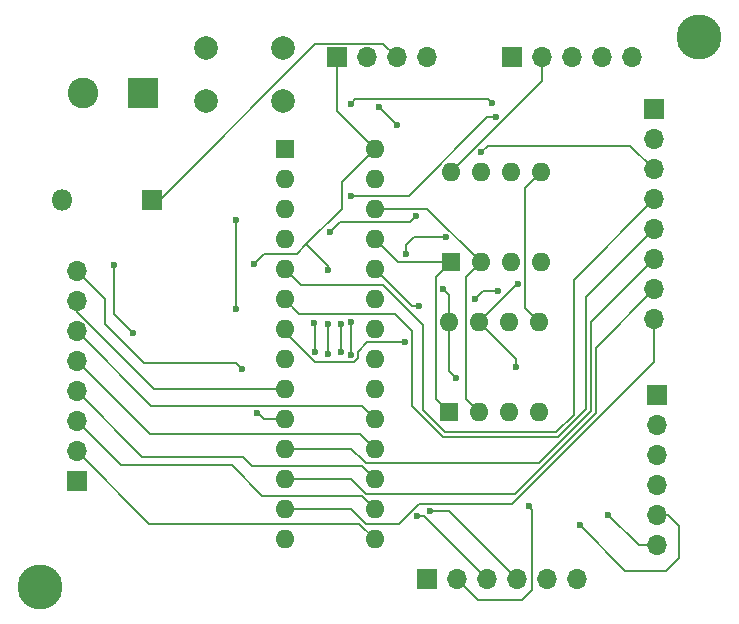
<source format=gbr>
%TF.GenerationSoftware,KiCad,Pcbnew,8.0.7*%
%TF.CreationDate,2025-04-27T20:59:36+03:00*%
%TF.ProjectId,data_logger_atmega_eeprom,64617461-5f6c-46f6-9767-65725f61746d,rev?*%
%TF.SameCoordinates,Original*%
%TF.FileFunction,Copper,L2,Bot*%
%TF.FilePolarity,Positive*%
%FSLAX46Y46*%
G04 Gerber Fmt 4.6, Leading zero omitted, Abs format (unit mm)*
G04 Created by KiCad (PCBNEW 8.0.7) date 2025-04-27 20:59:36*
%MOMM*%
%LPD*%
G01*
G04 APERTURE LIST*
%TA.AperFunction,ComponentPad*%
%ADD10C,3.800000*%
%TD*%
%TA.AperFunction,ComponentPad*%
%ADD11R,2.600000X2.600000*%
%TD*%
%TA.AperFunction,ComponentPad*%
%ADD12C,2.600000*%
%TD*%
%TA.AperFunction,ComponentPad*%
%ADD13R,1.700000X1.700000*%
%TD*%
%TA.AperFunction,ComponentPad*%
%ADD14O,1.700000X1.700000*%
%TD*%
%TA.AperFunction,ComponentPad*%
%ADD15O,1.600000X1.600000*%
%TD*%
%TA.AperFunction,ComponentPad*%
%ADD16R,1.600000X1.600000*%
%TD*%
%TA.AperFunction,ComponentPad*%
%ADD17R,1.800000X1.800000*%
%TD*%
%TA.AperFunction,ComponentPad*%
%ADD18O,1.800000X1.800000*%
%TD*%
%TA.AperFunction,ComponentPad*%
%ADD19C,2.000000*%
%TD*%
%TA.AperFunction,ViaPad*%
%ADD20C,0.600000*%
%TD*%
%TA.AperFunction,Conductor*%
%ADD21C,0.200000*%
%TD*%
G04 APERTURE END LIST*
D10*
%TO.P,H2,1*%
%TO.N,N/C*%
X127180000Y-95810000D03*
%TD*%
%TO.P,H1,1*%
%TO.N,N/C*%
X182960000Y-49250000D03*
%TD*%
D11*
%TO.P,J7,1,Pin_1*%
%TO.N,GND*%
X135895000Y-54025000D03*
D12*
%TO.P,J7,2,Pin_2*%
%TO.N,Net-(D1-A)*%
X130815000Y-54025000D03*
%TD*%
D13*
%TO.P,J1,1,Pin_1*%
%TO.N,SCL{slash}PC5*%
X152290000Y-50990000D03*
D14*
%TO.P,J1,2,Pin_2*%
%TO.N,SDA{slash}PC4*%
X154830000Y-50990000D03*
%TO.P,J1,3,Pin_3*%
%TO.N,+5V*%
X157370000Y-50990000D03*
%TO.P,J1,4,Pin_4*%
%TO.N,GND*%
X159910000Y-50990000D03*
%TD*%
D13*
%TO.P,J6,1,Pin_1*%
%TO.N,TX{slash}PD0*%
X179150000Y-55405000D03*
D14*
%TO.P,J6,2,Pin_2*%
%TO.N,RX{slash}PD1*%
X179150000Y-57945000D03*
%TO.P,J6,3,Pin_3*%
%TO.N,PD2*%
X179150000Y-60485000D03*
%TO.P,J6,4,Pin_4*%
%TO.N,PD3*%
X179150000Y-63025000D03*
%TO.P,J6,5,Pin_5*%
%TO.N,PD4*%
X179150000Y-65565000D03*
%TO.P,J6,6,Pin_6*%
%TO.N,PD5*%
X179150000Y-68105000D03*
%TO.P,J6,7,Pin_7*%
%TO.N,PD6*%
X179150000Y-70645000D03*
%TO.P,J6,8,Pin_8*%
%TO.N,PD7*%
X179150000Y-73185000D03*
%TD*%
D13*
%TO.P,J5,1,Pin_1*%
%TO.N,PB0*%
X130310000Y-86900000D03*
D14*
%TO.P,J5,2,Pin_2*%
%TO.N,PB1*%
X130310000Y-84360000D03*
%TO.P,J5,3,Pin_3*%
%TO.N,PB2*%
X130310000Y-81820000D03*
%TO.P,J5,4,Pin_4*%
%TO.N,MISO{slash}PB3*%
X130310000Y-79280000D03*
%TO.P,J5,5,Pin_5*%
%TO.N,MOSI{slash}PB4*%
X130310000Y-76740000D03*
%TO.P,J5,6,Pin_6*%
%TO.N,SCK{slash}PB5*%
X130310000Y-74200000D03*
%TO.P,J5,7,Pin_7*%
%TO.N,XTAL1{slash}PB6*%
X130310000Y-71660000D03*
%TO.P,J5,8,Pin_8*%
%TO.N,XTAL2{slash}PB7*%
X130310000Y-69120000D03*
%TD*%
D15*
%TO.P,U2,8,VCC*%
%TO.N,+5V*%
X161820000Y-73410000D03*
%TO.P,U2,7,WP*%
%TO.N,GND*%
X164360000Y-73410000D03*
%TO.P,U2,6,SCL*%
%TO.N,SCL{slash}PC5*%
X166900000Y-73410000D03*
%TO.P,U2,5,SDA*%
%TO.N,SDA{slash}PC4*%
X169440000Y-73410000D03*
%TO.P,U2,4,GND*%
%TO.N,GND*%
X169440000Y-81030000D03*
%TO.P,U2,3,A2*%
%TO.N,+5V*%
X166900000Y-81030000D03*
%TO.P,U2,2,A1*%
%TO.N,EEPROM2{slash}PC3*%
X164360000Y-81030000D03*
D16*
%TO.P,U2,1,A0*%
%TO.N,EEPROM1{slash}PC2*%
X161820000Y-81030000D03*
%TD*%
D13*
%TO.P,J3,1,Pin_1*%
%TO.N,unconnected-(J3-Pin_1-Pad1)*%
X159930000Y-95150000D03*
D14*
%TO.P,J3,2,Pin_2*%
%TO.N,SCK{slash}PB5*%
X162470000Y-95150000D03*
%TO.P,J3,3,Pin_3*%
%TO.N,MOSI{slash}PB4*%
X165010000Y-95150000D03*
%TO.P,J3,4,Pin_4*%
%TO.N,MISO{slash}PB3*%
X167550000Y-95150000D03*
%TO.P,J3,5,Pin_5*%
%TO.N,+5V*%
X170090000Y-95150000D03*
%TO.P,J3,6,Pin_6*%
%TO.N,GND*%
X172630000Y-95150000D03*
%TD*%
D16*
%TO.P,U3,1,A0*%
%TO.N,EEPROM1{slash}PC2*%
X161950000Y-68350000D03*
D15*
%TO.P,U3,2,A1*%
%TO.N,EEPROM2{slash}PC3*%
X164490000Y-68350000D03*
%TO.P,U3,3,A2*%
%TO.N,+5V*%
X167030000Y-68350000D03*
%TO.P,U3,4,GND*%
%TO.N,GND*%
X169570000Y-68350000D03*
%TO.P,U3,5,SDA*%
%TO.N,SDA{slash}PC4*%
X169570000Y-60730000D03*
%TO.P,U3,6,SCL*%
%TO.N,SCL{slash}PC5*%
X167030000Y-60730000D03*
%TO.P,U3,7,WP*%
%TO.N,GND*%
X164490000Y-60730000D03*
%TO.P,U3,8,VCC*%
%TO.N,+5V*%
X161950000Y-60730000D03*
%TD*%
D17*
%TO.P,D1,1,K*%
%TO.N,+5V*%
X136630000Y-63030000D03*
D18*
%TO.P,D1,2,A*%
%TO.N,Net-(D1-A)*%
X129010000Y-63030000D03*
%TD*%
D13*
%TO.P,J2,1,Pin_1*%
%TO.N,unconnected-(J2-Pin_1-Pad1)*%
X167110000Y-50940000D03*
D14*
%TO.P,J2,2,Pin_2*%
%TO.N,+5V*%
X169650000Y-50940000D03*
%TO.P,J2,3,Pin_3*%
%TO.N,TX{slash}PD0*%
X172190000Y-50940000D03*
%TO.P,J2,4,Pin_4*%
%TO.N,RX{slash}PD1*%
X174730000Y-50940000D03*
%TO.P,J2,5,Pin_5*%
%TO.N,GND*%
X177270000Y-50940000D03*
%TD*%
D16*
%TO.P,U1,1,~{RESET}/PC6*%
%TO.N,Net-(U1-~{RESET}{slash}PC6)*%
X147890000Y-58740000D03*
D15*
%TO.P,U1,2,PD0*%
%TO.N,TX{slash}PD0*%
X147890000Y-61280000D03*
%TO.P,U1,3,PD1*%
%TO.N,RX{slash}PD1*%
X147890000Y-63820000D03*
%TO.P,U1,4,PD2*%
%TO.N,PD2*%
X147890000Y-66360000D03*
%TO.P,U1,5,PD3*%
%TO.N,PD3*%
X147890000Y-68900000D03*
%TO.P,U1,6,PD4*%
%TO.N,PD4*%
X147890000Y-71440000D03*
%TO.P,U1,7,VCC*%
%TO.N,+5V*%
X147890000Y-73980000D03*
%TO.P,U1,8,GND*%
%TO.N,GND*%
X147890000Y-76520000D03*
%TO.P,U1,9,XTAL1/PB6*%
%TO.N,XTAL1{slash}PB6*%
X147890000Y-79060000D03*
%TO.P,U1,10,XTAL2/PB7*%
%TO.N,XTAL2{slash}PB7*%
X147890000Y-81600000D03*
%TO.P,U1,11,PD5*%
%TO.N,PD5*%
X147890000Y-84140000D03*
%TO.P,U1,12,PD6*%
%TO.N,PD6*%
X147890000Y-86680000D03*
%TO.P,U1,13,PD7*%
%TO.N,PD7*%
X147890000Y-89220000D03*
%TO.P,U1,14,PB0*%
%TO.N,PB0*%
X147890000Y-91760000D03*
%TO.P,U1,15,PB1*%
%TO.N,PB1*%
X155510000Y-91760000D03*
%TO.P,U1,16,PB2*%
%TO.N,PB2*%
X155510000Y-89220000D03*
%TO.P,U1,17,PB3*%
%TO.N,MISO{slash}PB3*%
X155510000Y-86680000D03*
%TO.P,U1,18,PB4*%
%TO.N,MOSI{slash}PB4*%
X155510000Y-84140000D03*
%TO.P,U1,19,PB5*%
%TO.N,SCK{slash}PB5*%
X155510000Y-81600000D03*
%TO.P,U1,20,AVCC*%
%TO.N,unconnected-(U1-AVCC-Pad20)*%
X155510000Y-79060000D03*
%TO.P,U1,21,AREF*%
%TO.N,unconnected-(U1-AREF-Pad21)*%
X155510000Y-76520000D03*
%TO.P,U1,22,GND*%
%TO.N,GND*%
X155510000Y-73980000D03*
%TO.P,U1,23,PC0*%
%TO.N,PC0*%
X155510000Y-71440000D03*
%TO.P,U1,24,PC1*%
%TO.N,PC1*%
X155510000Y-68900000D03*
%TO.P,U1,25,PC2*%
%TO.N,EEPROM1{slash}PC2*%
X155510000Y-66360000D03*
%TO.P,U1,26,PC3*%
%TO.N,EEPROM2{slash}PC3*%
X155510000Y-63820000D03*
%TO.P,U1,27,PC4*%
%TO.N,SDA{slash}PC4*%
X155510000Y-61280000D03*
%TO.P,U1,28,PC5*%
%TO.N,SCL{slash}PC5*%
X155510000Y-58740000D03*
%TD*%
D13*
%TO.P,J4,1,Pin_1*%
%TO.N,PC0*%
X179430000Y-79610000D03*
D14*
%TO.P,J4,2,Pin_2*%
%TO.N,PC1*%
X179430000Y-82150000D03*
%TO.P,J4,3,Pin_3*%
%TO.N,EEPROM1{slash}PC2*%
X179430000Y-84690000D03*
%TO.P,J4,4,Pin_4*%
%TO.N,EEPROM2{slash}PC3*%
X179430000Y-87230000D03*
%TO.P,J4,5,Pin_5*%
%TO.N,SDA{slash}PC4*%
X179430000Y-89770000D03*
%TO.P,J4,6,Pin_6*%
%TO.N,SCL{slash}PC5*%
X179430000Y-92310000D03*
%TD*%
D19*
%TO.P,SW1,1,1*%
%TO.N,Net-(U1-~{RESET}{slash}PC6)*%
X141230000Y-50200000D03*
X147730000Y-50200000D03*
%TO.P,SW1,2,2*%
%TO.N,GND*%
X141230000Y-54700000D03*
X147730000Y-54700000D03*
%TD*%
D20*
%TO.N,SDA{slash}PC4*%
X172880000Y-90580000D03*
%TO.N,+5V*%
X161535735Y-66244265D03*
X158185735Y-67634265D03*
X161320000Y-70594643D03*
X158060000Y-75130000D03*
X162430000Y-78150000D03*
%TO.N,GND*%
X167630000Y-70190000D03*
X167490000Y-77170000D03*
X143780000Y-72290000D03*
X143780000Y-64760000D03*
%TO.N,SCL{slash}PC5*%
X175290000Y-89720000D03*
%TO.N,SCK{slash}PB5*%
X168570000Y-89010000D03*
%TO.N,MOSI{slash}PB4*%
X159059265Y-89839265D03*
%TO.N,MISO{slash}PB3*%
X160210000Y-89370000D03*
%TO.N,SDA{slash}PC4*%
X150390000Y-73470000D03*
X150460000Y-75970000D03*
%TO.N,SCL{slash}PC5*%
X151600000Y-73530000D03*
X151600000Y-69000000D03*
X151600000Y-76070000D03*
%TO.N,EEPROM2{slash}PC3*%
X152660000Y-73530000D03*
X152680000Y-75960000D03*
%TO.N,EEPROM1{slash}PC2*%
X153500000Y-73380000D03*
X153500000Y-76180000D03*
%TO.N,PC1*%
X159240000Y-72040000D03*
%TO.N,PC0*%
X164020000Y-71440000D03*
X165930000Y-70790000D03*
%TO.N,PD2*%
X151690000Y-65820000D03*
X159000000Y-64420000D03*
X164490000Y-59038530D03*
%TO.N,RX{slash}PD1*%
X153540000Y-62760000D03*
X165760000Y-56071470D03*
%TO.N,TX{slash}PD0*%
X153490000Y-54930000D03*
X165420000Y-54840000D03*
%TO.N,Net-(U4-X1)*%
X135060000Y-74320000D03*
X133480000Y-68590000D03*
%TO.N,XTAL2{slash}PB7*%
X145540000Y-81100000D03*
X144270000Y-77380000D03*
%TO.N,SCL{slash}PC5*%
X145280000Y-68500000D03*
%TO.N,+5V*%
X157410000Y-56740000D03*
X155890000Y-55160000D03*
%TD*%
D21*
%TO.N,SDA{slash}PC4*%
X180220000Y-94440000D02*
X176740000Y-94440000D01*
X181300000Y-93360000D02*
X180220000Y-94440000D01*
X181300000Y-90700000D02*
X181300000Y-93360000D01*
X180370000Y-89770000D02*
X181300000Y-90700000D01*
X176740000Y-94440000D02*
X172880000Y-90580000D01*
X179430000Y-89770000D02*
X180370000Y-89770000D01*
%TO.N,+5V*%
X158815735Y-66244265D02*
X161535735Y-66244265D01*
X158185735Y-67634265D02*
X158185735Y-66874265D01*
X158185735Y-66874265D02*
X158815735Y-66244265D01*
X161820000Y-71094643D02*
X161320000Y-70594643D01*
X161820000Y-73410000D02*
X161820000Y-71094643D01*
X137300000Y-63030000D02*
X136630000Y-63030000D01*
X150490000Y-49840000D02*
X137300000Y-63030000D01*
X156220000Y-49840000D02*
X150490000Y-49840000D01*
X157370000Y-50990000D02*
X156220000Y-49840000D01*
X147890000Y-74248529D02*
X147890000Y-73980000D01*
X153760000Y-76780000D02*
X150421471Y-76780000D01*
X150421471Y-76780000D02*
X147890000Y-74248529D01*
X154100000Y-76440000D02*
X153760000Y-76780000D01*
X154100000Y-75931471D02*
X154100000Y-76440000D01*
X154901471Y-75130000D02*
X154100000Y-75931471D01*
X158060000Y-75130000D02*
X154901471Y-75130000D01*
X161820000Y-77540000D02*
X161820000Y-73410000D01*
X162430000Y-78150000D02*
X161820000Y-77540000D01*
%TO.N,GND*%
X167580000Y-70190000D02*
X164360000Y-73410000D01*
X167630000Y-70190000D02*
X167580000Y-70190000D01*
X167490000Y-77170000D02*
X167490000Y-76540000D01*
X167490000Y-76540000D02*
X164360000Y-73410000D01*
X143780000Y-72290000D02*
X143780000Y-64760000D01*
%TO.N,SCL{slash}PC5*%
X175290000Y-89720000D02*
X177880000Y-92310000D01*
X177880000Y-92310000D02*
X179430000Y-92310000D01*
%TO.N,SCK{slash}PB5*%
X167980000Y-96970000D02*
X164290000Y-96970000D01*
X168850000Y-89290000D02*
X168850000Y-96100000D01*
X168570000Y-89010000D02*
X168850000Y-89290000D01*
X164290000Y-96970000D02*
X162470000Y-95150000D01*
X168850000Y-96100000D02*
X167980000Y-96970000D01*
%TO.N,MOSI{slash}PB4*%
X159699265Y-89839265D02*
X159059265Y-89839265D01*
X165010000Y-95150000D02*
X159699265Y-89839265D01*
%TO.N,MISO{slash}PB3*%
X161770000Y-89370000D02*
X167550000Y-95150000D01*
X160210000Y-89370000D02*
X161770000Y-89370000D01*
%TO.N,PD7*%
X153540000Y-89220000D02*
X147890000Y-89220000D01*
X167127058Y-88770000D02*
X159280000Y-88770000D01*
X179150000Y-76747058D02*
X167127058Y-88770000D01*
X154790000Y-90470000D02*
X153540000Y-89220000D01*
X179150000Y-73185000D02*
X179150000Y-76747058D01*
X159280000Y-88770000D02*
X157580000Y-90470000D01*
X157580000Y-90470000D02*
X154790000Y-90470000D01*
%TO.N,SDA{slash}PC4*%
X150460000Y-73540000D02*
X150390000Y-73470000D01*
X150460000Y-75970000D02*
X150460000Y-73540000D01*
%TO.N,SCL{slash}PC5*%
X151600000Y-68670000D02*
X149730000Y-66800000D01*
X151600000Y-69000000D02*
X151600000Y-68670000D01*
X149730000Y-66800000D02*
X152720000Y-63810000D01*
X148910000Y-67620000D02*
X149730000Y-66800000D01*
X151600000Y-76070000D02*
X151600000Y-73530000D01*
%TO.N,EEPROM2{slash}PC3*%
X152660000Y-73600000D02*
X152660000Y-73530000D01*
X152680000Y-73620000D02*
X152660000Y-73600000D01*
X152680000Y-75960000D02*
X152680000Y-73620000D01*
%TO.N,EEPROM1{slash}PC2*%
X153500000Y-76180000D02*
X153500000Y-73380000D01*
%TO.N,PC1*%
X158650000Y-72040000D02*
X155510000Y-68900000D01*
X159240000Y-72040000D02*
X158650000Y-72040000D01*
%TO.N,PC0*%
X164670000Y-70790000D02*
X164020000Y-71440000D01*
X165930000Y-70790000D02*
X164670000Y-70790000D01*
%TO.N,PB1*%
X154220000Y-90470000D02*
X155510000Y-91760000D01*
X136420000Y-90470000D02*
X154220000Y-90470000D01*
X130310000Y-84360000D02*
X136420000Y-90470000D01*
%TO.N,PD6*%
X154815686Y-87960000D02*
X153535686Y-86680000D01*
X167371372Y-87960000D02*
X154815686Y-87960000D01*
X174220000Y-75575000D02*
X174220000Y-81111372D01*
X153535686Y-86680000D02*
X147890000Y-86680000D01*
X179150000Y-70645000D02*
X174220000Y-75575000D01*
X174220000Y-81111372D02*
X167371372Y-87960000D01*
%TO.N,PD5*%
X153530000Y-84140000D02*
X147890000Y-84140000D01*
X154570000Y-85180000D02*
X153530000Y-84140000D01*
X154765686Y-85370000D02*
X154575686Y-85180000D01*
X173820000Y-80945686D02*
X169395686Y-85370000D01*
X154575686Y-85180000D02*
X154570000Y-85180000D01*
X173820000Y-73435000D02*
X173820000Y-80945686D01*
X169395686Y-85370000D02*
X154765686Y-85370000D01*
X179150000Y-68105000D02*
X173820000Y-73435000D01*
%TO.N,PD4*%
X149140000Y-72690000D02*
X147890000Y-71440000D01*
X157210000Y-72690000D02*
X149140000Y-72690000D01*
X158660000Y-74140000D02*
X157210000Y-72690000D01*
X158660000Y-80520000D02*
X158660000Y-74140000D01*
X161280000Y-83140000D02*
X158660000Y-80520000D01*
X171060000Y-83140000D02*
X161280000Y-83140000D01*
X173420000Y-80780000D02*
X171060000Y-83140000D01*
X173420000Y-71295000D02*
X173420000Y-80780000D01*
X179150000Y-65565000D02*
X173420000Y-71295000D01*
%TO.N,PD3*%
X149250000Y-70260000D02*
X147890000Y-68900000D01*
X156225635Y-70260000D02*
X149250000Y-70260000D01*
X159640000Y-73674365D02*
X156225635Y-70260000D01*
X159640000Y-80890000D02*
X159640000Y-73674365D01*
X161490000Y-82740000D02*
X159640000Y-80890000D01*
X172360000Y-69815000D02*
X172360000Y-81260000D01*
X172360000Y-81260000D02*
X170880000Y-82740000D01*
X170880000Y-82740000D02*
X161490000Y-82740000D01*
X179150000Y-63025000D02*
X172360000Y-69815000D01*
%TO.N,PD2*%
X158500000Y-64920000D02*
X152590000Y-64920000D01*
X159000000Y-64420000D02*
X158500000Y-64920000D01*
X152590000Y-64920000D02*
X151690000Y-65820000D01*
X165068530Y-58460000D02*
X164490000Y-59038530D01*
X176440000Y-58460000D02*
X165068530Y-58460000D01*
X177125000Y-58460000D02*
X176440000Y-58460000D01*
X179150000Y-60485000D02*
X177125000Y-58460000D01*
%TO.N,RX{slash}PD1*%
X153580000Y-62720000D02*
X153540000Y-62760000D01*
X158404365Y-62720000D02*
X153580000Y-62720000D01*
X165052895Y-56071470D02*
X158404365Y-62720000D01*
X165760000Y-56071470D02*
X165052895Y-56071470D01*
%TO.N,TX{slash}PD0*%
X153860000Y-54560000D02*
X153490000Y-54930000D01*
X165140000Y-54560000D02*
X153860000Y-54560000D01*
X165420000Y-54840000D02*
X165140000Y-54560000D01*
%TO.N,Net-(U4-X1)*%
X135060000Y-74320000D02*
X133480000Y-72740000D01*
X133480000Y-72740000D02*
X133480000Y-68590000D01*
%TO.N,XTAL2{slash}PB7*%
X143770000Y-76880000D02*
X144270000Y-77380000D01*
X132650000Y-73550000D02*
X135980000Y-76880000D01*
X132650000Y-71460000D02*
X132650000Y-73550000D01*
X135980000Y-76880000D02*
X143770000Y-76880000D01*
X130310000Y-69120000D02*
X132650000Y-71460000D01*
X145660000Y-81100000D02*
X146160000Y-81600000D01*
X146160000Y-81600000D02*
X147890000Y-81600000D01*
X145540000Y-81100000D02*
X145660000Y-81100000D01*
%TO.N,XTAL1{slash}PB6*%
X136800000Y-79060000D02*
X147890000Y-79060000D01*
X130310000Y-71660000D02*
X130310000Y-72570000D01*
X130310000Y-72570000D02*
X136800000Y-79060000D01*
%TO.N,SCK{slash}PB5*%
X154410000Y-80500000D02*
X155510000Y-81600000D01*
X130310000Y-74200000D02*
X136610000Y-80500000D01*
X136610000Y-80500000D02*
X154410000Y-80500000D01*
%TO.N,MOSI{slash}PB4*%
X136470000Y-82900000D02*
X154270000Y-82900000D01*
X154270000Y-82900000D02*
X155510000Y-84140000D01*
X130310000Y-76740000D02*
X136470000Y-82900000D01*
%TO.N,MISO{slash}PB3*%
X154410000Y-85580000D02*
X155510000Y-86680000D01*
X144380000Y-84800000D02*
X145160000Y-85580000D01*
X135830000Y-84800000D02*
X144380000Y-84800000D01*
X145160000Y-85580000D02*
X154410000Y-85580000D01*
X130310000Y-79280000D02*
X135830000Y-84800000D01*
%TO.N,PB2*%
X134030000Y-85540000D02*
X130310000Y-81820000D01*
X143400000Y-85540000D02*
X134030000Y-85540000D01*
X145980000Y-88120000D02*
X143400000Y-85540000D01*
X154410000Y-88120000D02*
X145980000Y-88120000D01*
X155510000Y-89220000D02*
X154410000Y-88120000D01*
%TO.N,SCL{slash}PC5*%
X152720000Y-61530000D02*
X155510000Y-58740000D01*
X152720000Y-63810000D02*
X152720000Y-61530000D01*
X146160000Y-67620000D02*
X148910000Y-67620000D01*
X145280000Y-68500000D02*
X146160000Y-67620000D01*
X152290000Y-55520000D02*
X155510000Y-58740000D01*
X152290000Y-50990000D02*
X152290000Y-55520000D01*
%TO.N,EEPROM2{slash}PC3*%
X163260000Y-69580000D02*
X164490000Y-68350000D01*
X163260000Y-79930000D02*
X163260000Y-69580000D01*
X164360000Y-81030000D02*
X163260000Y-79930000D01*
%TO.N,EEPROM1{slash}PC2*%
X160720000Y-79930000D02*
X160720000Y-69580000D01*
X160720000Y-69580000D02*
X161950000Y-68350000D01*
X161820000Y-81030000D02*
X160720000Y-79930000D01*
%TO.N,SDA{slash}PC4*%
X168230000Y-62070000D02*
X169570000Y-60730000D01*
X169440000Y-73410000D02*
X168230000Y-72200000D01*
X168230000Y-72200000D02*
X168230000Y-62070000D01*
%TO.N,EEPROM2{slash}PC3*%
X159960000Y-63820000D02*
X155510000Y-63820000D01*
X164490000Y-68350000D02*
X159960000Y-63820000D01*
%TO.N,EEPROM1{slash}PC2*%
X157500000Y-68350000D02*
X155510000Y-66360000D01*
X161950000Y-68350000D02*
X157500000Y-68350000D01*
%TO.N,+5V*%
X169700000Y-50990000D02*
X169650000Y-50940000D01*
X169700000Y-52980000D02*
X169700000Y-50990000D01*
X161950000Y-60730000D02*
X169700000Y-52980000D01*
X155890000Y-55220000D02*
X155890000Y-55160000D01*
X157410000Y-56740000D02*
X155890000Y-55220000D01*
%TD*%
M02*

</source>
